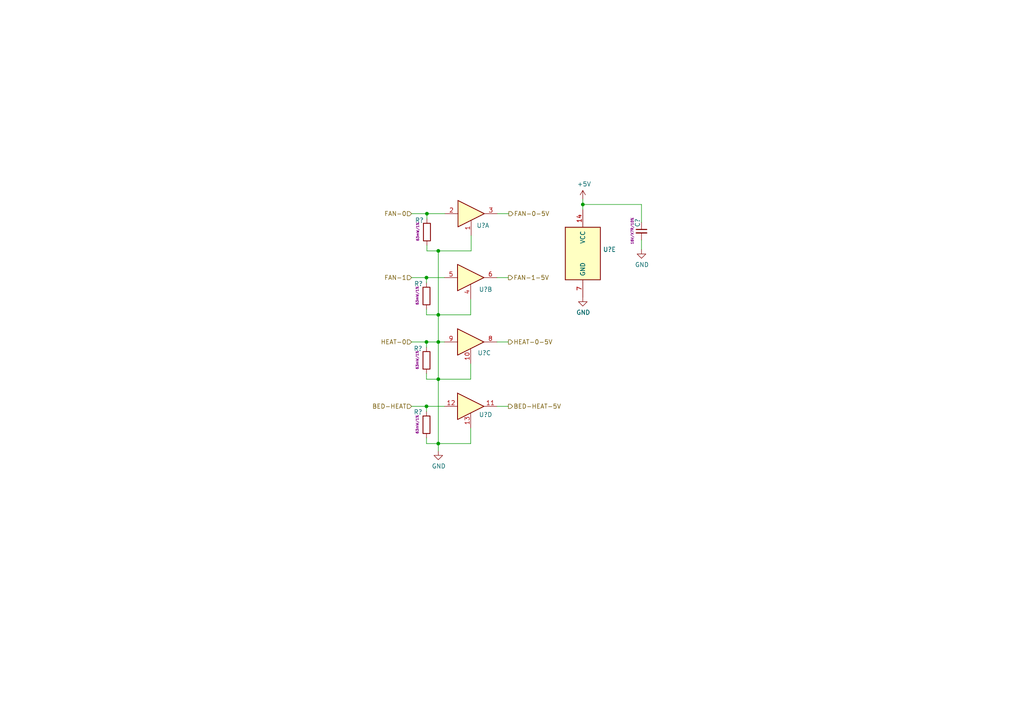
<source format=kicad_sch>
(kicad_sch (version 20211123) (generator eeschema)
  (paper "A4")
  (title_block (title "Buddy") (date "2019-10-24") (rev "v1.0.0") (company "PRUSA Research s.r.o.") (comment 1 "http://creativecommons.org/licenses/by-sa/4.0/") (comment 2 "Licensed under the Attribution-ShareAlike 4.0 International (CC BY-SA 4.0)"))
  (lib_symbols
    (symbol "74xx:74LS126" (pin_names (offset 1.016))
      (property "Reference" "U" (at 0 1.27 0))
      (property "Value" "74LS126" (at 0 -1.27 0))
      (symbol "74LS126_1_0"
        (polyline (pts (xy -3.81 3.81) (xy -3.81 -3.81) (xy 3.81 0) (xy -3.81 3.81)) (stroke (width 0.254)) (fill (type background)))
        (pin input line (at 0 -6.35 90) (length 4.445) (name "~") (number "1"))
        (pin input line (at -7.62 0 0) (length 3.81) (name "~") (number "2"))
        (pin tri_state line (at 7.62 0 180) (length 3.81) (name "~") (number "3"))
      )
      (symbol "74LS126_2_0"
        (polyline (pts (xy -3.81 3.81) (xy -3.81 -3.81) (xy 3.81 0) (xy -3.81 3.81)) (stroke (width 0.254)) (fill (type background)))
        (pin input line (at 0 -6.35 90) (length 4.445) (name "~") (number "4"))
        (pin input line (at -7.62 0 0) (length 3.81) (name "~") (number "5"))
        (pin tri_state line (at 7.62 0 180) (length 3.81) (name "~") (number "6"))
      )
      (symbol "74LS126_3_0"
        (polyline (pts (xy -3.81 3.81) (xy -3.81 -3.81) (xy 3.81 0) (xy -3.81 3.81)) (stroke (width 0.254)) (fill (type background)))
        (pin input line (at 0 -6.35 90) (length 4.445) (name "~") (number "10"))
        (pin tri_state line (at 7.62 0 180) (length 3.81) (name "~") (number "8"))
        (pin input line (at -7.62 0 0) (length 3.81) (name "~") (number "9"))
      )
      (symbol "74LS126_4_0"
        (polyline (pts (xy -3.81 3.81) (xy -3.81 -3.81) (xy 3.81 0) (xy -3.81 3.81)) (stroke (width 0.254)) (fill (type background)))
        (pin tri_state line (at 7.62 0 180) (length 3.81) (name "~") (number "11"))
        (pin input line (at -7.62 0 0) (length 3.81) (name "~") (number "12"))
        (pin input line (at 0 -6.35 90) (length 4.445) (name "~") (number "13"))
      )
      (symbol "74LS126_5_0"
        (pin power_in line (at 0 12.7 270) (length 5.08) (name "VCC") (number "14"))
        (pin power_in line (at 0 -12.7 90) (length 5.08) (name "GND") (number "7"))
      )
      (symbol "74LS126_5_1"
        (rectangle (start -5.08 7.62) (end 5.08 -7.62) (stroke (width 0.254)) (fill (type background)))
      )
    )
    (symbol "Device:C_Small" (pin_numbers hide) (pin_names (offset 0.254) hide)
      (property "Reference" "C" (at 0.254 1.778 0))
      (property "Value" "C_Small" (at 0.254 -2.032 0))
      (symbol "C_Small_0_1"
        (polyline (pts (xy -1.524 -0.508) (xy 1.524 -0.508)) (stroke (width 0.3302)))
        (polyline (pts (xy -1.524 0.508) (xy 1.524 0.508)) (stroke (width 0.3048)))
      )
      (symbol "C_Small_1_1"
        (pin passive line (at 0 2.54 270) (length 2.032) (name "~") (number "1"))
        (pin passive line (at 0 -2.54 90) (length 2.032) (name "~") (number "2"))
      )
    )
    (symbol "Device:R" (pin_numbers hide) (pin_names (offset 0))
      (property "Reference" "R" (at 2.032 0 90))
      (property "Value" "R" (at 0 0 90))
      (symbol "R_0_1"
        (rectangle (start -1.016 -2.54) (end 1.016 2.54) (stroke (width 0.254)))
      )
      (symbol "R_1_1"
        (pin passive line (at 0 3.81 270) (length 1.27) (name "~") (number "1"))
        (pin passive line (at 0 -3.81 90) (length 1.27) (name "~") (number "2"))
      )
    )
    (symbol "power:+5V" (power) (pin_names (offset 0))
      (property "Value" "+5V" (at 0 3.556 0))
      (symbol "+5V_0_1"
        (polyline (pts (xy -0.762 1.27) (xy 0 2.54)))
        (polyline (pts (xy 0 0) (xy 0 2.54)))
        (polyline (pts (xy 0 2.54) (xy 0.762 1.27)))
      )
      (symbol "+5V_1_1"
        (pin power_in line (at 0 0 90) (length 0) hide (name "+5V") (number "1"))
      )
    )
    (symbol "power:GND" (power) (pin_names (offset 0))
      (property "Value" "GND" (at 0 -3.81 0))
      (symbol "GND_0_1"
        (polyline (pts (xy 0 0) (xy 0 -1.27) (xy 1.27 -1.27) (xy 0 -2.54) (xy -1.27 -1.27) (xy 0 -1.27)))
      )
      (symbol "GND_1_1"
        (pin power_in line (at 0 0 270) (length 0) hide (name "GND") (number "1"))
      )
    )
  )
  (junction (at 127.127 99.187))
  (junction (at 123.698 80.518))
  (junction (at 123.698 99.187))
  (junction (at 127.127 72.771))
  (junction (at 127.127 109.982))
  (junction (at 127.127 91.313))
  (junction (at 169.037 59.309))
  (junction (at 123.698 117.856))
  (junction (at 123.825 61.976))
  (junction (at 127.127 128.651))
  (wire (pts (xy 123.698 100.711) (xy 123.698 99.187)))
  (wire (pts (xy 144.272 61.976) (xy 147.574 61.976)))
  (wire (pts (xy 144.145 117.856) (xy 147.447 117.856)))
  (wire (pts (xy 144.145 99.187) (xy 147.447 99.187)))
  (wire (pts (xy 123.698 127) (xy 123.698 128.651)))
  (wire (pts (xy 123.825 61.976) (xy 119.38 61.976)))
  (wire (pts (xy 127.127 91.313) (xy 136.525 91.313)))
  (wire (pts (xy 123.825 61.976) (xy 129.032 61.976)))
  (wire (pts (xy 123.825 63.5) (xy 123.825 61.976)))
  (wire (pts (xy 123.698 109.982) (xy 127.127 109.982)))
  (wire (pts (xy 123.698 80.518) (xy 128.905 80.518)))
  (wire (pts (xy 119.38 99.187) (xy 123.698 99.187)))
  (wire (pts (xy 123.698 99.187) (xy 127.127 99.187)))
  (wire (pts (xy 136.525 91.313) (xy 136.525 86.868)))
  (wire (pts (xy 127.127 99.187) (xy 128.905 99.187)))
  (wire (pts (xy 127.127 109.982) (xy 127.127 128.651)))
  (wire (pts (xy 123.698 91.313) (xy 127.127 91.313)))
  (wire (pts (xy 136.525 128.651) (xy 136.525 124.206)))
  (wire (pts (xy 169.037 59.309) (xy 169.037 57.785)))
  (wire (pts (xy 123.698 128.651) (xy 127.127 128.651)))
  (wire (pts (xy 123.698 119.38) (xy 123.698 117.856)))
  (wire (pts (xy 119.38 117.856) (xy 123.698 117.856)))
  (wire (pts (xy 123.825 71.12) (xy 123.825 72.771)))
  (wire (pts (xy 119.38 80.518) (xy 123.698 80.518)))
  (wire (pts (xy 127.127 109.982) (xy 136.525 109.982)))
  (wire (pts (xy 127.127 128.651) (xy 127.127 130.81)))
  (wire (pts (xy 169.037 60.833) (xy 169.037 59.309)))
  (wire (pts (xy 127.127 99.187) (xy 127.127 109.982)))
  (wire (pts (xy 123.698 117.856) (xy 128.905 117.856)))
  (wire (pts (xy 123.825 72.771) (xy 127.127 72.771)))
  (wire (pts (xy 123.698 89.662) (xy 123.698 91.313)))
  (wire (pts (xy 127.127 72.771) (xy 127.127 91.313)))
  (wire (pts (xy 136.652 72.771) (xy 136.652 68.326)))
  (wire (pts (xy 144.145 80.518) (xy 147.447 80.518)))
  (wire (pts (xy 186.055 59.309) (xy 169.037 59.309)))
  (wire (pts (xy 123.698 82.042) (xy 123.698 80.518)))
  (wire (pts (xy 186.055 69.596) (xy 186.055 72.39)))
  (wire (pts (xy 127.127 128.651) (xy 136.525 128.651)))
  (wire (pts (xy 123.698 108.331) (xy 123.698 109.982)))
  (wire (pts (xy 186.055 64.516) (xy 186.055 59.309)))
  (wire (pts (xy 136.525 109.982) (xy 136.525 105.537)))
  (wire (pts (xy 127.127 72.771) (xy 136.652 72.771)))
  (wire (pts (xy 127.127 91.313) (xy 127.127 99.187)))
  (hierarchical_label "HEAT-0-5V" (shape output) (at 147.447 99.187 0))
  (hierarchical_label "HEAT-0" (shape input) (at 119.38 99.187 180))
  (hierarchical_label "BED-HEAT" (shape input) (at 119.38 117.856 180))
  (hierarchical_label "FAN-0-5V" (shape output) (at 147.574 61.976 0))
  (hierarchical_label "FAN-1" (shape input) (at 119.38 80.518 180))
  (hierarchical_label "FAN-1-5V" (shape output) (at 147.447 80.518 0))
  (hierarchical_label "FAN-0" (shape input) (at 119.38 61.976 180))
  (hierarchical_label "BED-HEAT-5V" (shape output) (at 147.447 117.856 0))
  (symbol (lib_id "Device:R") (at 123.825 67.31 180) (unit 1)
    (property "Reference" "R?" (at 122.936 63.881 0) (effects (justify left)))
    (property "req" "63mW/1%" (at 121.158 67.183 90) (effects (font (size 0.7112 0.7112))))
  )
  (symbol (lib_id "Device:R") (at 123.698 85.852 180) (unit 1)
    (property "Reference" "R?" (at 122.682 82.296 0) (effects (justify left)))
    (property "req" "63mW/1%" (at 121.031 85.725 90) (effects (font (size 0.7112 0.7112))))
  )
  (symbol (lib_id "Device:R") (at 123.698 104.521 180) (unit 1)
    (property "Reference" "R?" (at 122.555 101.092 0) (effects (justify left)))
    (property "req" "63mW/1%" (at 121.031 104.394 90) (effects (font (size 0.7112 0.7112))))
  )
  (symbol (lib_id "Device:R") (at 123.698 123.19 180) (unit 1)
    (property "Reference" "R?" (at 122.555 119.507 0) (effects (justify left)))
    (property "req" "63mW/1%" (at 121.031 123.063 90) (effects (font (size 0.7112 0.7112))))
  )
  (symbol (lib_id "74xx:74LS126") (at 136.652 61.976 0) (unit 1)
    (property "Reference" "U?" (at 140.081 65.405 0))
  )
  (symbol (lib_id "74xx:74LS126") (at 136.525 80.518 0) (unit 2)
    (property "Reference" "U?" (at 140.843 83.947 0))
  )
  (symbol (lib_id "74xx:74LS126") (at 136.525 99.187 0) (unit 3)
    (property "Reference" "U?" (at 140.462 102.362 0))
  )
  (symbol (lib_id "74xx:74LS126") (at 136.525 117.856 0) (unit 4)
    (property "Reference" "U?" (at 140.843 120.269 0))
  )
  (symbol (lib_id "74xx:74LS126") (at 169.037 73.533 0) (unit 5)
    (property "Reference" "U?" (at 174.879 72.3646 0) (effects (justify left)))
  )
  (symbol (lib_id "power:GND") (at 127.127 130.81 0) (unit 1)
    (property "Reference" "#PWR?" (effects hide))
  )
  (symbol (lib_id "power:GND") (at 169.037 86.233 0) (unit 1)
    (property "Reference" "#PWR?" (effects hide))
  )
  (symbol (lib_id "power:+5V") (at 169.037 57.785 0) (unit 1)
    (property "Reference" "#PWR?" (effects hide))
  )
  (symbol (lib_id "power:GND") (at 186.055 72.39 0) (unit 1)
    (property "Reference" "#PWR?" (effects hide))
  )
  (symbol (lib_id "Device:C_Small") (at 186.055 67.056 0) (unit 1)
    (property "Reference" "C?" (at 184.912 65.913 90) (effects (justify left)))
    (property "req" "16V/X7R/10%" (at 183.388 70.866 90) (effects (font (size 0.7112 0.7112)) (justify left)))
  )
)
</source>
